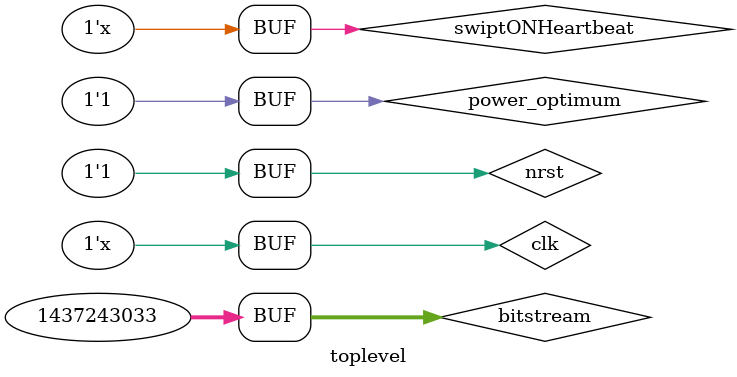
<source format=v>
`timescale 1ps/1ps


module toplevel ();
//------BEGIN SETUP------//
	//--GIVEN INPUTS AND OUTPUTS (for now they are not perfectly right)--//
	reg clk = 2'b1;
	reg nrst = 1'b0;
	reg swiptONHeartbeat = 1'b1;
	wire [11:0] ADC_in;
	reg [31:0] bitstream = 32'b01_01_01_01_10_10_10_10_10_01_01_10_10_01_10_01;
							 //1  1  1  1  0  0  0  0  0  1  1  0  0  1  0  1

	wire SWIPT_OUT0;
	wire SWIPT_OUT1;
	wire SWIPT_OUT2;
	wire SWIPT_OUT3;
	//--GIVEN INPUTS AND OUTPUTS (for now they are not perfectly right)--//

	//--DEFINITION OF CLK, NRST AND SWIPTONHEARTBEAT--//
	always #10000 clk = ~clk;
	always #900000 swiptONHeartbeat <= ~swiptONHeartbeat;

	// Reset
	initial begin
		#1000000000 nrst = 1'b1;
	end	
	//--DEFINITION OF CLK, NRST AND SWIPTONHEARTBEAT--//

//------END SETUP------//

//------BEGIN PARAM & VAR------//
	///Parameters for algorithms given by TA's///
	wire swiptAlive;
	
	///ADC_in
	wire ADC0;
	wire ADC1;
	wire ADC2;
	wire ADC3;
	wire ADC4;
	wire ADC5;
	wire ADC6;
	wire ADC7;
	wire ADC8;
	wire ADC9;
	wire ADC10;
	wire ADC11;

	///Frequency Default
	reg [19:0] freq = 20'h080E8; //Default freq is 38 100 Hz
	wire [19:0] freq_new;

    ///Freq Varibles
    wire freq_optimum; //Default no optimum
	wire freq_rdy; //Default 0
    wire freq_set_up_down; //Default up in nrst

    ///Power Variables
    wire power_optimum = 1; //Default no power optimum
	wire [19:0] mean_curr;

	///Data Send
    wire data_go;
	wire data_start;
	wire startup_data;
	reg startup_data_reg = 0;
	wire startup_compl;
	wire data_trans;
	wire data_rec;
	reg data_trans_reg = 0;
	reg data_rec_reg = 0;
	wire data_t_done;
	wire data_r_done;


	wire d_startup;
	wire d_data;
	wire d;
	reg d_reg = 0;
	reg [11:0] l = 12'h12C;
	wire [11:0] l_reg;
	wire [11:0] l_adj;
	reg [11:0] l_def = 0;
	wire [19:0] best_freq;
	wire l_rdy;
	wire l_up_down;

	///Data Receive
	wire read;

//------END PARAM & VAR------//	
	always @(posedge data_start)begin
		l_def <= l;
		startup_data_reg <= 1;
	end

	always @(posedge startup_compl)begin
		data_trans_reg <= 1;
		data_rec_reg <= 0;
		startup_data_reg <= 0;
	end

	always @(posedge data_t_done)begin
		data_trans_reg <= 0;
		data_rec_reg <= 1;
		l <= l_def;
	end

	always @(posedge clk)begin
		if(startup_data)begin
			d_reg <= d_startup;
		end
		else if(data_trans)begin
			d_reg <= d_data;
		end
	end
	
//------BEGIN MODULES------//
	//set swipt alive
	Heartbeat inst_heartbeat (
			.clk (clk),
			.nrst (nrst),
			.swiptONHeartbeat (swiptONHeartbeat),
			.swipt (swiptAlive)
			);
	
	Freq inst_freq (
			.clk (clk),
            .nrst (nrst),
			.data_start (data_start),
            .ADC_in (ADC_in),
			.freq (freq),
            .freq_ready (freq_rdy),
            .freq_set_up_down (freq_set_up_down),
            .freq_opt (freq_optimum),
			.best_freq (best_freq),
			.l_rdy (l_rdy),
			.l_up_down (l_up_down)
			);

	SwiptOut inst_swiptout (
			.clk (clk),
			.nrst (nrst),
			.freq (freq),
			.l (l),
			.SWIPT_OUT0 (SWIPT_OUT0),
			.SWIPT_OUT1 (SWIPT_OUT1),
			.SWIPT_OUT2 (SWIPT_OUT2),
			.SWIPT_OUT3 (SWIPT_OUT3)
			);

	Optimization inst_optimization (
			.clk (clk),
			.nrst (nrst),
			.swiptAlive (swiptAlive),
			.freq (freq),
			.freq_optimum (freq_optimum),
			.freq_rdy (freq_rdy),
			.freq_set_up_down (freq_set_up_down),
			.power_optimum (power_optimum),
			.best_freq (best_freq),
			.data_go (data_go),
			.data_start (data_start),
			.freq_new (freq_new)
			);

	DataStream inst_datastream (
			.clk (clk),
            .nrst (nrst),
			.data_trans (data_trans),
			.datastream (bitstream),
			.data_t_done (data_t_done),
			.d (d_data)
			);

	StartupData inst_startupdata(
			.clk (clk),
			.nrst (nrst),
			.data_start (data_start),
			.startup_data (startup_data),
			.startup_compl (startup_compl),
			.d (d_startup)
			);

	CalcL inst_calcl (
			.clk (clk),
			.nrst (nrst),
			.startup_data (startup_data),
			.data_start (data_start),
			.data_trans (data_trans),
			.data_rec (data_rec),
			.l_def (l_def),
			.d (d),
			.l (l_reg)
			);

	DutyAdjust inst_dutyadjust(
			.clk (clk),
			.nrst (nrst),
			.data_start (data_start),
			.data_trans (data_trans),
			.data_rec (data_rec),
			.l_rdy (l_rdy),
			.l_up_down (l_up_down),
			.l (l),
			.l_reg (l_reg),
			.l_adj (l_adj)
			);

	ReadData inst_readdata(
			.clk (clk),
			.nrst (nrst),
			.data_rec (data_rec),
			.ADC (ADC_in),
			.mean_def (mean_curr),
			.read (read)
			);
	
	ANALOG_NETWORK inst_ANALOG_NETWORK (
			.SWIPT_OUT0	(SWIPT_OUT0),
			.SWIPT_OUT1	(SWIPT_OUT1),
			.SWIPT_OUT2 (SWIPT_OUT2),
			.SWIPT_OUT3 (SWIPT_OUT3),
			.ACOUT0 (ADC11),
			.ACOUT1 (ADC10),
			.ACOUT2 (ADC9),
			.ACOUT3 (ADC8),
			.ACOUT4 (ADC7),
			.ACOUT5 (ADC6),
			.ACOUT6 (ADC5),
			.ACOUT7 (ADC4),
			.ACOUT8 (ADC3),
			.ACOUT9 (ADC2),
			.ACOUT10 (ADC1),
			.ACOUT11 (ADC0)
			);

	GetMeanCurrent inst_getmeancurr(
			.clk (clk),
			.nrst (nrst),
			.data_go (data_go),
			.data_start (data_start),
			.ADC (ADC_in),
			.mean_curr (mean_curr)
			);

//------END MODULES------//

//------BEGIN ASSIGNMENT------//
	always @(negedge clk)begin
		freq <= freq_new;
	end
	always @(posedge clk)begin
		l <= l_adj;
	end
	
	assign startup_data = startup_data_reg;
	assign data_trans = data_trans_reg;
	assign data_rec = data_rec_reg;
	assign d = d_reg;

	assign ADC_in[11] = ADC11;
	assign ADC_in[10] = ADC10;
	assign ADC_in[9] = ADC9;
	assign ADC_in[8] = ADC8;
	assign ADC_in[7] = ADC7;
	assign ADC_in[6] = ADC6;
	assign ADC_in[5] = ADC5;
	assign ADC_in[4] = ADC4;
	assign ADC_in[3] = ADC3;
	assign ADC_in[2] = ADC2;
	assign ADC_in[1] = ADC1;
	assign ADC_in[0] = ADC0;

//------END ASSIGNMENT------//
endmodule

</source>
